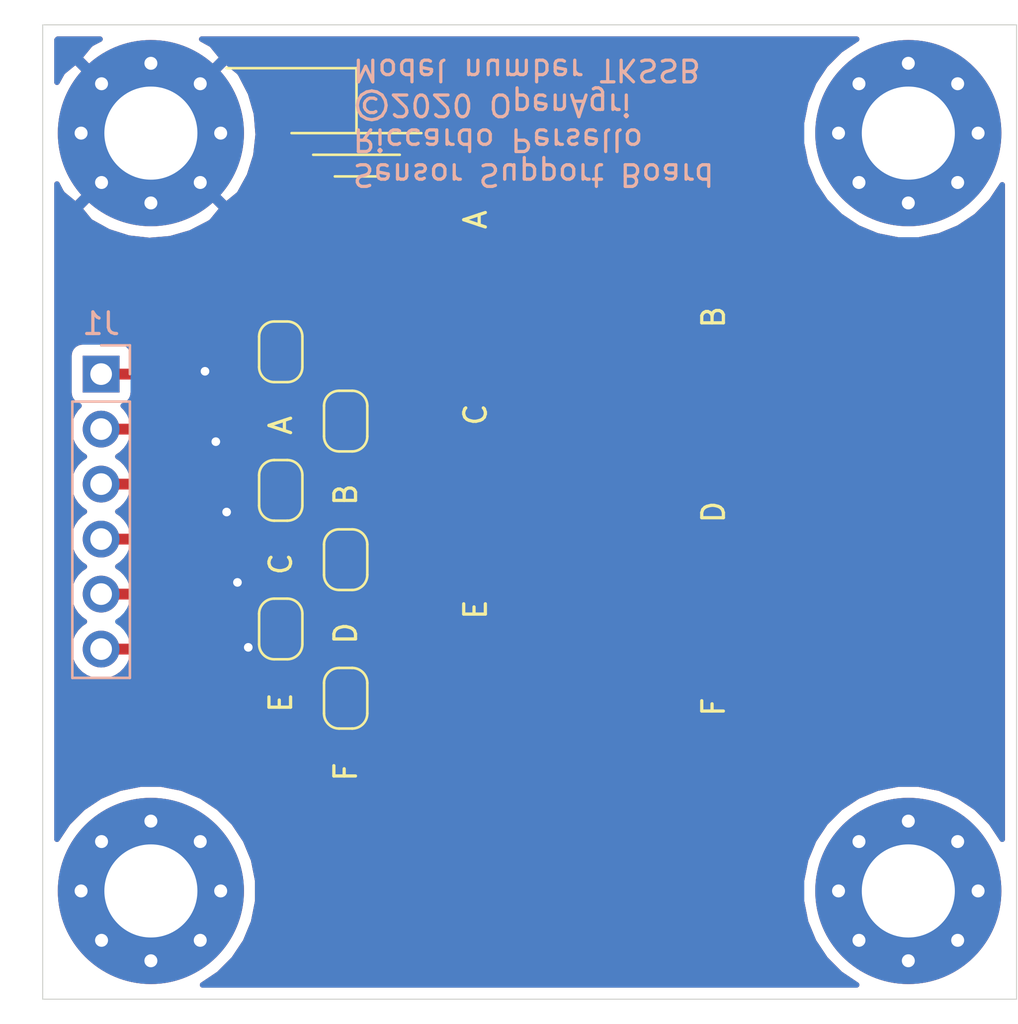
<source format=kicad_pcb>
(kicad_pcb (version 20171130) (host pcbnew "(5.1.5-0-10_14)")

  (general
    (thickness 1.6)
    (drawings 15)
    (tracks 40)
    (zones 0)
    (modules 17)
    (nets 8)
  )

  (page A4)
  (layers
    (0 F.Cu signal)
    (31 B.Cu signal)
    (32 B.Adhes user)
    (33 F.Adhes user)
    (34 B.Paste user)
    (35 F.Paste user)
    (36 B.SilkS user)
    (37 F.SilkS user)
    (38 B.Mask user)
    (39 F.Mask user)
    (40 Dwgs.User user)
    (41 Cmts.User user)
    (42 Eco1.User user)
    (43 Eco2.User user)
    (44 Edge.Cuts user)
    (45 Margin user)
    (46 B.CrtYd user)
    (47 F.CrtYd user)
    (48 B.Fab user)
    (49 F.Fab user)
  )

  (setup
    (last_trace_width 0.5)
    (user_trace_width 0.25)
    (user_trace_width 0.33)
    (user_trace_width 0.42)
    (user_trace_width 0.5)
    (user_trace_width 0.75)
    (user_trace_width 1)
    (user_trace_width 1.5)
    (user_trace_width 2.5)
    (user_trace_width 4)
    (user_trace_width 5)
    (trace_clearance 0.2)
    (zone_clearance 0.508)
    (zone_45_only no)
    (trace_min 0.2)
    (via_size 0.8)
    (via_drill 0.4)
    (via_min_size 0.4)
    (via_min_drill 0.3)
    (user_via 0.8 0.4)
    (user_via 1.2 0.6)
    (user_via 1.8 0.9)
    (uvia_size 0.3)
    (uvia_drill 0.1)
    (uvias_allowed no)
    (uvia_min_size 0.2)
    (uvia_min_drill 0.1)
    (edge_width 0.1)
    (segment_width 0.2)
    (pcb_text_width 0.3)
    (pcb_text_size 1.5 1.5)
    (mod_edge_width 0.15)
    (mod_text_size 1 1)
    (mod_text_width 0.15)
    (pad_size 6 6)
    (pad_drill 4.2)
    (pad_to_mask_clearance 0)
    (aux_axis_origin 0 0)
    (visible_elements FFFFFF7F)
    (pcbplotparams
      (layerselection 0x010fc_ffffffff)
      (usegerberextensions false)
      (usegerberattributes false)
      (usegerberadvancedattributes false)
      (creategerberjobfile false)
      (excludeedgelayer true)
      (linewidth 0.100000)
      (plotframeref false)
      (viasonmask false)
      (mode 1)
      (useauxorigin false)
      (hpglpennumber 1)
      (hpglpenspeed 20)
      (hpglpendiameter 15.000000)
      (psnegative false)
      (psa4output false)
      (plotreference true)
      (plotvalue true)
      (plotinvisibletext false)
      (padsonsilk false)
      (subtractmaskfromsilk false)
      (outputformat 1)
      (mirror false)
      (drillshape 1)
      (scaleselection 1)
      (outputdirectory ""))
  )

  (net 0 "")
  (net 1 "Net-(J1-Pad1)")
  (net 2 "Net-(J1-Pad2)")
  (net 3 "Net-(J1-Pad3)")
  (net 4 "Net-(J1-Pad4)")
  (net 5 "Net-(J1-Pad5)")
  (net 6 "Net-(J1-Pad6)")
  (net 7 "Net-(JP1-Pad2)")

  (net_class Default "Questo è il gruppo di collegamenti predefinito"
    (clearance 0.2)
    (trace_width 0.25)
    (via_dia 0.8)
    (via_drill 0.4)
    (uvia_dia 0.3)
    (uvia_drill 0.1)
    (add_net "Net-(J1-Pad1)")
    (add_net "Net-(J1-Pad2)")
    (add_net "Net-(J1-Pad3)")
    (add_net "Net-(J1-Pad4)")
    (add_net "Net-(J1-Pad5)")
    (add_net "Net-(J1-Pad6)")
    (add_net "Net-(JP1-Pad2)")
  )

  (module MountingHole:MountingHole_4.3mm_M4_Pad_Via (layer F.Cu) (tedit 56DDBFD7) (tstamp 5F23C998)
    (at 140 55)
    (descr "Mounting Hole 4.3mm, M4")
    (tags "mounting hole 4.3mm m4")
    (path /5F237D86)
    (attr virtual)
    (fp_text reference " " (at 0 -5.3) (layer F.SilkS)
      (effects (font (size 1 1) (thickness 0.15)))
    )
    (fp_text value Housing_Pad (at 0 5.3) (layer F.Fab)
      (effects (font (size 1 1) (thickness 0.15)))
    )
    (fp_text user %R (at 0.3 0) (layer F.Fab)
      (effects (font (size 1 1) (thickness 0.15)))
    )
    (fp_circle (center 0 0) (end 4.3 0) (layer Cmts.User) (width 0.15))
    (fp_circle (center 0 0) (end 4.55 0) (layer F.CrtYd) (width 0.05))
    (pad 1 thru_hole circle (at 0 0) (size 8.6 8.6) (drill 4.3) (layers *.Cu *.Mask))
    (pad 1 thru_hole circle (at 3.225 0) (size 0.9 0.9) (drill 0.6) (layers *.Cu *.Mask))
    (pad 1 thru_hole circle (at 2.280419 2.280419) (size 0.9 0.9) (drill 0.6) (layers *.Cu *.Mask))
    (pad 1 thru_hole circle (at 0 3.225) (size 0.9 0.9) (drill 0.6) (layers *.Cu *.Mask))
    (pad 1 thru_hole circle (at -2.280419 2.280419) (size 0.9 0.9) (drill 0.6) (layers *.Cu *.Mask))
    (pad 1 thru_hole circle (at -3.225 0) (size 0.9 0.9) (drill 0.6) (layers *.Cu *.Mask))
    (pad 1 thru_hole circle (at -2.280419 -2.280419) (size 0.9 0.9) (drill 0.6) (layers *.Cu *.Mask))
    (pad 1 thru_hole circle (at 0 -3.225) (size 0.9 0.9) (drill 0.6) (layers *.Cu *.Mask))
    (pad 1 thru_hole circle (at 2.280419 -2.280419) (size 0.9 0.9) (drill 0.6) (layers *.Cu *.Mask))
  )

  (module MountingHole:MountingHole_4.3mm_M4_Pad_Via (layer F.Cu) (tedit 56DDBFD7) (tstamp 5F23C998)
    (at 140 90)
    (descr "Mounting Hole 4.3mm, M4")
    (tags "mounting hole 4.3mm m4")
    (path /5F237D86)
    (attr virtual)
    (fp_text reference " " (at 0 -5.3) (layer F.SilkS)
      (effects (font (size 1 1) (thickness 0.15)))
    )
    (fp_text value Housing_Pad (at 0 5.3) (layer F.Fab)
      (effects (font (size 1 1) (thickness 0.15)))
    )
    (fp_text user %R (at 0.3 0) (layer F.Fab)
      (effects (font (size 1 1) (thickness 0.15)))
    )
    (fp_circle (center 0 0) (end 4.3 0) (layer Cmts.User) (width 0.15))
    (fp_circle (center 0 0) (end 4.55 0) (layer F.CrtYd) (width 0.05))
    (pad 1 thru_hole circle (at 0 0) (size 8.6 8.6) (drill 4.3) (layers *.Cu *.Mask))
    (pad 1 thru_hole circle (at 3.225 0) (size 0.9 0.9) (drill 0.6) (layers *.Cu *.Mask))
    (pad 1 thru_hole circle (at 2.280419 2.280419) (size 0.9 0.9) (drill 0.6) (layers *.Cu *.Mask))
    (pad 1 thru_hole circle (at 0 3.225) (size 0.9 0.9) (drill 0.6) (layers *.Cu *.Mask))
    (pad 1 thru_hole circle (at -2.280419 2.280419) (size 0.9 0.9) (drill 0.6) (layers *.Cu *.Mask))
    (pad 1 thru_hole circle (at -3.225 0) (size 0.9 0.9) (drill 0.6) (layers *.Cu *.Mask))
    (pad 1 thru_hole circle (at -2.280419 -2.280419) (size 0.9 0.9) (drill 0.6) (layers *.Cu *.Mask))
    (pad 1 thru_hole circle (at 0 -3.225) (size 0.9 0.9) (drill 0.6) (layers *.Cu *.Mask))
    (pad 1 thru_hole circle (at 2.280419 -2.280419) (size 0.9 0.9) (drill 0.6) (layers *.Cu *.Mask))
  )

  (module MountingHole:MountingHole_4.3mm_M4_Pad_Via (layer F.Cu) (tedit 56DDBFD7) (tstamp 5F23C998)
    (at 105 90)
    (descr "Mounting Hole 4.3mm, M4")
    (tags "mounting hole 4.3mm m4")
    (path /5F237D86)
    (attr virtual)
    (fp_text reference " " (at 0 -5.3) (layer F.SilkS)
      (effects (font (size 1 1) (thickness 0.15)))
    )
    (fp_text value Housing_Pad (at 0 5.3) (layer F.Fab)
      (effects (font (size 1 1) (thickness 0.15)))
    )
    (fp_text user %R (at 0.3 0) (layer F.Fab)
      (effects (font (size 1 1) (thickness 0.15)))
    )
    (fp_circle (center 0 0) (end 4.3 0) (layer Cmts.User) (width 0.15))
    (fp_circle (center 0 0) (end 4.55 0) (layer F.CrtYd) (width 0.05))
    (pad 1 thru_hole circle (at 0 0) (size 8.6 8.6) (drill 4.3) (layers *.Cu *.Mask))
    (pad 1 thru_hole circle (at 3.225 0) (size 0.9 0.9) (drill 0.6) (layers *.Cu *.Mask))
    (pad 1 thru_hole circle (at 2.280419 2.280419) (size 0.9 0.9) (drill 0.6) (layers *.Cu *.Mask))
    (pad 1 thru_hole circle (at 0 3.225) (size 0.9 0.9) (drill 0.6) (layers *.Cu *.Mask))
    (pad 1 thru_hole circle (at -2.280419 2.280419) (size 0.9 0.9) (drill 0.6) (layers *.Cu *.Mask))
    (pad 1 thru_hole circle (at -3.225 0) (size 0.9 0.9) (drill 0.6) (layers *.Cu *.Mask))
    (pad 1 thru_hole circle (at -2.280419 -2.280419) (size 0.9 0.9) (drill 0.6) (layers *.Cu *.Mask))
    (pad 1 thru_hole circle (at 0 -3.225) (size 0.9 0.9) (drill 0.6) (layers *.Cu *.Mask))
    (pad 1 thru_hole circle (at 2.280419 -2.280419) (size 0.9 0.9) (drill 0.6) (layers *.Cu *.Mask))
  )

  (module MountingHole:MountingHole_4.3mm_M4_Pad_Via (layer F.Cu) (tedit 56DDBFD7) (tstamp 5F23ACF3)
    (at 105 55)
    (descr "Mounting Hole 4.3mm, M4")
    (tags "mounting hole 4.3mm m4")
    (path /5F237D86)
    (attr virtual)
    (fp_text reference " " (at 0 -5.3) (layer F.SilkS)
      (effects (font (size 1 1) (thickness 0.15)))
    )
    (fp_text value Housing_Pad (at 0 5.3) (layer F.Fab)
      (effects (font (size 1 1) (thickness 0.15)))
    )
    (fp_circle (center 0 0) (end 4.55 0) (layer F.CrtYd) (width 0.05))
    (fp_circle (center 0 0) (end 4.3 0) (layer Cmts.User) (width 0.15))
    (fp_text user %R (at 0.3 0) (layer F.Fab)
      (effects (font (size 1 1) (thickness 0.15)))
    )
    (pad 1 thru_hole circle (at 2.280419 -2.280419) (size 0.9 0.9) (drill 0.6) (layers *.Cu *.Mask)
      (net 7 "Net-(JP1-Pad2)"))
    (pad 1 thru_hole circle (at 0 -3.225) (size 0.9 0.9) (drill 0.6) (layers *.Cu *.Mask)
      (net 7 "Net-(JP1-Pad2)"))
    (pad 1 thru_hole circle (at -2.280419 -2.280419) (size 0.9 0.9) (drill 0.6) (layers *.Cu *.Mask)
      (net 7 "Net-(JP1-Pad2)"))
    (pad 1 thru_hole circle (at -3.225 0) (size 0.9 0.9) (drill 0.6) (layers *.Cu *.Mask)
      (net 7 "Net-(JP1-Pad2)"))
    (pad 1 thru_hole circle (at -2.280419 2.280419) (size 0.9 0.9) (drill 0.6) (layers *.Cu *.Mask)
      (net 7 "Net-(JP1-Pad2)"))
    (pad 1 thru_hole circle (at 0 3.225) (size 0.9 0.9) (drill 0.6) (layers *.Cu *.Mask)
      (net 7 "Net-(JP1-Pad2)"))
    (pad 1 thru_hole circle (at 2.280419 2.280419) (size 0.9 0.9) (drill 0.6) (layers *.Cu *.Mask)
      (net 7 "Net-(JP1-Pad2)"))
    (pad 1 thru_hole circle (at 3.225 0) (size 0.9 0.9) (drill 0.6) (layers *.Cu *.Mask)
      (net 7 "Net-(JP1-Pad2)"))
    (pad 1 thru_hole circle (at 0 0) (size 8.6 8.6) (drill 4.3) (layers *.Cu *.Mask)
      (net 7 "Net-(JP1-Pad2)"))
  )

  (module Connector_PinHeader_2.54mm:PinHeader_1x06_P2.54mm_Vertical (layer B.Cu) (tedit 59FED5CC) (tstamp 5F23CCAE)
    (at 102.7 66.13 180)
    (descr "Through hole straight pin header, 1x06, 2.54mm pitch, single row")
    (tags "Through hole pin header THT 1x06 2.54mm single row")
    (path /5F23392F)
    (fp_text reference J1 (at 0 2.33) (layer B.SilkS)
      (effects (font (size 1 1) (thickness 0.15)) (justify mirror))
    )
    (fp_text value Conn_01x06 (at 0 -15.03) (layer B.Fab)
      (effects (font (size 1 1) (thickness 0.15)) (justify mirror))
    )
    (fp_line (start -0.635 1.27) (end 1.27 1.27) (layer B.Fab) (width 0.1))
    (fp_line (start 1.27 1.27) (end 1.27 -13.97) (layer B.Fab) (width 0.1))
    (fp_line (start 1.27 -13.97) (end -1.27 -13.97) (layer B.Fab) (width 0.1))
    (fp_line (start -1.27 -13.97) (end -1.27 0.635) (layer B.Fab) (width 0.1))
    (fp_line (start -1.27 0.635) (end -0.635 1.27) (layer B.Fab) (width 0.1))
    (fp_line (start -1.33 -14.03) (end 1.33 -14.03) (layer B.SilkS) (width 0.12))
    (fp_line (start -1.33 -1.27) (end -1.33 -14.03) (layer B.SilkS) (width 0.12))
    (fp_line (start 1.33 -1.27) (end 1.33 -14.03) (layer B.SilkS) (width 0.12))
    (fp_line (start -1.33 -1.27) (end 1.33 -1.27) (layer B.SilkS) (width 0.12))
    (fp_line (start -1.33 0) (end -1.33 1.33) (layer B.SilkS) (width 0.12))
    (fp_line (start -1.33 1.33) (end 0 1.33) (layer B.SilkS) (width 0.12))
    (fp_line (start -1.8 1.8) (end -1.8 -14.5) (layer B.CrtYd) (width 0.05))
    (fp_line (start -1.8 -14.5) (end 1.8 -14.5) (layer B.CrtYd) (width 0.05))
    (fp_line (start 1.8 -14.5) (end 1.8 1.8) (layer B.CrtYd) (width 0.05))
    (fp_line (start 1.8 1.8) (end -1.8 1.8) (layer B.CrtYd) (width 0.05))
    (fp_text user %R (at 0 -6.35 270) (layer B.Fab)
      (effects (font (size 1 1) (thickness 0.15)) (justify mirror))
    )
    (pad 1 thru_hole rect (at 0 0 180) (size 1.7 1.7) (drill 1) (layers *.Cu *.Mask)
      (net 1 "Net-(J1-Pad1)"))
    (pad 2 thru_hole oval (at 0 -2.54 180) (size 1.7 1.7) (drill 1) (layers *.Cu *.Mask)
      (net 2 "Net-(J1-Pad2)"))
    (pad 3 thru_hole oval (at 0 -5.08 180) (size 1.7 1.7) (drill 1) (layers *.Cu *.Mask)
      (net 3 "Net-(J1-Pad3)"))
    (pad 4 thru_hole oval (at 0 -7.62 180) (size 1.7 1.7) (drill 1) (layers *.Cu *.Mask)
      (net 4 "Net-(J1-Pad4)"))
    (pad 5 thru_hole oval (at 0 -10.16 180) (size 1.7 1.7) (drill 1) (layers *.Cu *.Mask)
      (net 5 "Net-(J1-Pad5)"))
    (pad 6 thru_hole oval (at 0 -12.7 180) (size 1.7 1.7) (drill 1) (layers *.Cu *.Mask)
      (net 6 "Net-(J1-Pad6)"))
    (model ${KISYS3DMOD}/Connector_PinHeader_2.54mm.3dshapes/PinHeader_1x06_P2.54mm_Vertical.wrl
      (at (xyz 0 0 0))
      (scale (xyz 1 1 1))
      (rotate (xyz 0 0 0))
    )
  )

  (module Connector_Wire:SolderWirePad_1x01_SMD_5x10mm (layer F.Cu) (tedit 5640A485) (tstamp 5F23C32E)
    (at 126.5 59 90)
    (descr "Wire Pad, Square, SMD Pad,  5mm x 10mm,")
    (tags "MesurementPoint Square SMDPad 5mmx10mm ")
    (path /5F23D09C)
    (attr smd virtual)
    (fp_text reference A (at 0 -6.5 90) (layer F.SilkS)
      (effects (font (size 1 1) (thickness 0.15)))
    )
    (fp_text value A (at 0 6.35 90) (layer F.Fab)
      (effects (font (size 1 1) (thickness 0.15)))
    )
    (fp_text user %R (at 0 0 90) (layer F.Fab)
      (effects (font (size 1 1) (thickness 0.15)))
    )
    (fp_line (start 2.75 -5.25) (end -2.75 -5.25) (layer F.CrtYd) (width 0.05))
    (fp_line (start 2.75 5.25) (end 2.75 -5.25) (layer F.CrtYd) (width 0.05))
    (fp_line (start -2.75 5.25) (end 2.75 5.25) (layer F.CrtYd) (width 0.05))
    (fp_line (start -2.75 -5.25) (end -2.75 5.25) (layer F.CrtYd) (width 0.05))
    (pad 1 smd rect (at 0 0 90) (size 5 10) (layers F.Cu F.Paste F.Mask)
      (net 1 "Net-(J1-Pad1)"))
  )

  (module Connector_Wire:SolderWirePad_1x01_SMD_5x10mm (layer F.Cu) (tedit 5640A485) (tstamp 5F23C338)
    (at 137.5 63.5 90)
    (descr "Wire Pad, Square, SMD Pad,  5mm x 10mm,")
    (tags "MesurementPoint Square SMDPad 5mmx10mm ")
    (path /5F23D59A)
    (attr smd virtual)
    (fp_text reference B (at 0 -6.5 90) (layer F.SilkS)
      (effects (font (size 1 1) (thickness 0.15)))
    )
    (fp_text value B (at 0 6.35 90) (layer F.Fab)
      (effects (font (size 1 1) (thickness 0.15)))
    )
    (fp_line (start -2.75 -5.25) (end -2.75 5.25) (layer F.CrtYd) (width 0.05))
    (fp_line (start -2.75 5.25) (end 2.75 5.25) (layer F.CrtYd) (width 0.05))
    (fp_line (start 2.75 5.25) (end 2.75 -5.25) (layer F.CrtYd) (width 0.05))
    (fp_line (start 2.75 -5.25) (end -2.75 -5.25) (layer F.CrtYd) (width 0.05))
    (fp_text user %R (at 0 0 90) (layer F.Fab)
      (effects (font (size 1 1) (thickness 0.15)))
    )
    (pad 1 smd rect (at 0 0 90) (size 5 10) (layers F.Cu F.Paste F.Mask)
      (net 2 "Net-(J1-Pad2)"))
  )

  (module Connector_Wire:SolderWirePad_1x01_SMD_5x10mm (layer F.Cu) (tedit 5640A485) (tstamp 5F23C342)
    (at 126.5 68 90)
    (descr "Wire Pad, Square, SMD Pad,  5mm x 10mm,")
    (tags "MesurementPoint Square SMDPad 5mmx10mm ")
    (path /5F23D8C0)
    (attr smd virtual)
    (fp_text reference C (at 0 -6.5 90) (layer F.SilkS)
      (effects (font (size 1 1) (thickness 0.15)))
    )
    (fp_text value C (at 0 6.35 90) (layer F.Fab)
      (effects (font (size 1 1) (thickness 0.15)))
    )
    (fp_text user %R (at 0 0 90) (layer F.Fab)
      (effects (font (size 1 1) (thickness 0.15)))
    )
    (fp_line (start 2.75 -5.25) (end -2.75 -5.25) (layer F.CrtYd) (width 0.05))
    (fp_line (start 2.75 5.25) (end 2.75 -5.25) (layer F.CrtYd) (width 0.05))
    (fp_line (start -2.75 5.25) (end 2.75 5.25) (layer F.CrtYd) (width 0.05))
    (fp_line (start -2.75 -5.25) (end -2.75 5.25) (layer F.CrtYd) (width 0.05))
    (pad 1 smd rect (at 0 0 90) (size 5 10) (layers F.Cu F.Paste F.Mask)
      (net 3 "Net-(J1-Pad3)"))
  )

  (module Connector_Wire:SolderWirePad_1x01_SMD_5x10mm (layer F.Cu) (tedit 5640A485) (tstamp 5F23D07C)
    (at 137.5 72.5 90)
    (descr "Wire Pad, Square, SMD Pad,  5mm x 10mm,")
    (tags "MesurementPoint Square SMDPad 5mmx10mm ")
    (path /5F23DB37)
    (attr smd virtual)
    (fp_text reference D (at 0 -6.5 90) (layer F.SilkS)
      (effects (font (size 1 1) (thickness 0.15)))
    )
    (fp_text value D (at 0 6.35 90) (layer F.Fab)
      (effects (font (size 1 1) (thickness 0.15)))
    )
    (fp_line (start -2.75 -5.25) (end -2.75 5.25) (layer F.CrtYd) (width 0.05))
    (fp_line (start -2.75 5.25) (end 2.75 5.25) (layer F.CrtYd) (width 0.05))
    (fp_line (start 2.75 5.25) (end 2.75 -5.25) (layer F.CrtYd) (width 0.05))
    (fp_line (start 2.75 -5.25) (end -2.75 -5.25) (layer F.CrtYd) (width 0.05))
    (fp_text user %R (at 0 0 90) (layer F.Fab)
      (effects (font (size 1 1) (thickness 0.15)))
    )
    (pad 1 smd rect (at 0 0 90) (size 5 10) (layers F.Cu F.Paste F.Mask)
      (net 4 "Net-(J1-Pad4)"))
  )

  (module Connector_Wire:SolderWirePad_1x01_SMD_5x10mm (layer F.Cu) (tedit 5640A485) (tstamp 5F23C356)
    (at 126.5 77 90)
    (descr "Wire Pad, Square, SMD Pad,  5mm x 10mm,")
    (tags "MesurementPoint Square SMDPad 5mmx10mm ")
    (path /5F23DDAE)
    (attr smd virtual)
    (fp_text reference E (at 0 -6.5 90) (layer F.SilkS)
      (effects (font (size 1 1) (thickness 0.15)))
    )
    (fp_text value E (at 0 6.35 90) (layer F.Fab)
      (effects (font (size 1 1) (thickness 0.15)))
    )
    (fp_text user %R (at 0 0 90) (layer F.Fab)
      (effects (font (size 1 1) (thickness 0.15)))
    )
    (fp_line (start 2.75 -5.25) (end -2.75 -5.25) (layer F.CrtYd) (width 0.05))
    (fp_line (start 2.75 5.25) (end 2.75 -5.25) (layer F.CrtYd) (width 0.05))
    (fp_line (start -2.75 5.25) (end 2.75 5.25) (layer F.CrtYd) (width 0.05))
    (fp_line (start -2.75 -5.25) (end -2.75 5.25) (layer F.CrtYd) (width 0.05))
    (pad 1 smd rect (at 0 0 90) (size 5 10) (layers F.Cu F.Paste F.Mask)
      (net 5 "Net-(J1-Pad5)"))
  )

  (module Connector_Wire:SolderWirePad_1x01_SMD_5x10mm (layer F.Cu) (tedit 5640A485) (tstamp 5F23C360)
    (at 137.5 81.5 90)
    (descr "Wire Pad, Square, SMD Pad,  5mm x 10mm,")
    (tags "MesurementPoint Square SMDPad 5mmx10mm ")
    (path /5F23DF44)
    (attr smd virtual)
    (fp_text reference F (at 0 -6.5 90) (layer F.SilkS)
      (effects (font (size 1 1) (thickness 0.15)))
    )
    (fp_text value F (at 0 6.35 90) (layer F.Fab)
      (effects (font (size 1 1) (thickness 0.15)))
    )
    (fp_line (start -2.75 -5.25) (end -2.75 5.25) (layer F.CrtYd) (width 0.05))
    (fp_line (start -2.75 5.25) (end 2.75 5.25) (layer F.CrtYd) (width 0.05))
    (fp_line (start 2.75 5.25) (end 2.75 -5.25) (layer F.CrtYd) (width 0.05))
    (fp_line (start 2.75 -5.25) (end -2.75 -5.25) (layer F.CrtYd) (width 0.05))
    (fp_text user %R (at 0 0 90) (layer F.Fab)
      (effects (font (size 1 1) (thickness 0.15)))
    )
    (pad 1 smd rect (at 0 0 90) (size 5 10) (layers F.Cu F.Paste F.Mask)
      (net 6 "Net-(J1-Pad6)"))
  )

  (module Jumper:SolderJumper-2_P1.3mm_Open_RoundedPad1.0x1.5mm (layer F.Cu) (tedit 5B391E66) (tstamp 5F23CB9A)
    (at 111 65.1 270)
    (descr "SMD Solder Jumper, 1x1.5mm, rounded Pads, 0.3mm gap, open")
    (tags "solder jumper open")
    (path /5F241D78)
    (attr virtual)
    (fp_text reference A (at 3.4 0 90) (layer F.SilkS)
      (effects (font (size 1 1) (thickness 0.15)))
    )
    (fp_text value " " (at 0 1.9 90) (layer F.Fab)
      (effects (font (size 1 1) (thickness 0.15)))
    )
    (fp_line (start 1.65 1.25) (end -1.65 1.25) (layer F.CrtYd) (width 0.05))
    (fp_line (start 1.65 1.25) (end 1.65 -1.25) (layer F.CrtYd) (width 0.05))
    (fp_line (start -1.65 -1.25) (end -1.65 1.25) (layer F.CrtYd) (width 0.05))
    (fp_line (start -1.65 -1.25) (end 1.65 -1.25) (layer F.CrtYd) (width 0.05))
    (fp_line (start -0.7 -1) (end 0.7 -1) (layer F.SilkS) (width 0.12))
    (fp_line (start 1.4 -0.3) (end 1.4 0.3) (layer F.SilkS) (width 0.12))
    (fp_line (start 0.7 1) (end -0.7 1) (layer F.SilkS) (width 0.12))
    (fp_line (start -1.4 0.3) (end -1.4 -0.3) (layer F.SilkS) (width 0.12))
    (fp_arc (start -0.7 -0.3) (end -0.7 -1) (angle -90) (layer F.SilkS) (width 0.12))
    (fp_arc (start -0.7 0.3) (end -1.4 0.3) (angle -90) (layer F.SilkS) (width 0.12))
    (fp_arc (start 0.7 0.3) (end 0.7 1) (angle -90) (layer F.SilkS) (width 0.12))
    (fp_arc (start 0.7 -0.3) (end 1.4 -0.3) (angle -90) (layer F.SilkS) (width 0.12))
    (pad 2 smd custom (at 0.65 0 270) (size 1 0.5) (layers F.Cu F.Mask)
      (net 7 "Net-(JP1-Pad2)") (zone_connect 2)
      (options (clearance outline) (anchor rect))
      (primitives
        (gr_circle (center 0 0.25) (end 0.5 0.25) (width 0))
        (gr_circle (center 0 -0.25) (end 0.5 -0.25) (width 0))
        (gr_poly (pts
           (xy 0 -0.75) (xy -0.5 -0.75) (xy -0.5 0.75) (xy 0 0.75)) (width 0))
      ))
    (pad 1 smd custom (at -0.65 0 270) (size 1 0.5) (layers F.Cu F.Mask)
      (net 1 "Net-(J1-Pad1)") (zone_connect 2)
      (options (clearance outline) (anchor rect))
      (primitives
        (gr_circle (center 0 0.25) (end 0.5 0.25) (width 0))
        (gr_circle (center 0 -0.25) (end 0.5 -0.25) (width 0))
        (gr_poly (pts
           (xy 0 -0.75) (xy 0.5 -0.75) (xy 0.5 0.75) (xy 0 0.75)) (width 0))
      ))
  )

  (module Jumper:SolderJumper-2_P1.3mm_Open_RoundedPad1.0x1.5mm (layer F.Cu) (tedit 5B391E66) (tstamp 5F23C384)
    (at 114 68.3 270)
    (descr "SMD Solder Jumper, 1x1.5mm, rounded Pads, 0.3mm gap, open")
    (tags "solder jumper open")
    (path /5F2419D0)
    (attr virtual)
    (fp_text reference B (at 3.4 0 90) (layer F.SilkS)
      (effects (font (size 1 1) (thickness 0.15)))
    )
    (fp_text value " " (at 0 1.9 90) (layer F.Fab)
      (effects (font (size 1 1) (thickness 0.15)))
    )
    (fp_arc (start 0.7 -0.3) (end 1.4 -0.3) (angle -90) (layer F.SilkS) (width 0.12))
    (fp_arc (start 0.7 0.3) (end 0.7 1) (angle -90) (layer F.SilkS) (width 0.12))
    (fp_arc (start -0.7 0.3) (end -1.4 0.3) (angle -90) (layer F.SilkS) (width 0.12))
    (fp_arc (start -0.7 -0.3) (end -0.7 -1) (angle -90) (layer F.SilkS) (width 0.12))
    (fp_line (start -1.4 0.3) (end -1.4 -0.3) (layer F.SilkS) (width 0.12))
    (fp_line (start 0.7 1) (end -0.7 1) (layer F.SilkS) (width 0.12))
    (fp_line (start 1.4 -0.3) (end 1.4 0.3) (layer F.SilkS) (width 0.12))
    (fp_line (start -0.7 -1) (end 0.7 -1) (layer F.SilkS) (width 0.12))
    (fp_line (start -1.65 -1.25) (end 1.65 -1.25) (layer F.CrtYd) (width 0.05))
    (fp_line (start -1.65 -1.25) (end -1.65 1.25) (layer F.CrtYd) (width 0.05))
    (fp_line (start 1.65 1.25) (end 1.65 -1.25) (layer F.CrtYd) (width 0.05))
    (fp_line (start 1.65 1.25) (end -1.65 1.25) (layer F.CrtYd) (width 0.05))
    (pad 1 smd custom (at -0.65 0 270) (size 1 0.5) (layers F.Cu F.Mask)
      (net 2 "Net-(J1-Pad2)") (zone_connect 2)
      (options (clearance outline) (anchor rect))
      (primitives
        (gr_circle (center 0 0.25) (end 0.5 0.25) (width 0))
        (gr_circle (center 0 -0.25) (end 0.5 -0.25) (width 0))
        (gr_poly (pts
           (xy 0 -0.75) (xy 0.5 -0.75) (xy 0.5 0.75) (xy 0 0.75)) (width 0))
      ))
    (pad 2 smd custom (at 0.65 0 270) (size 1 0.5) (layers F.Cu F.Mask)
      (net 7 "Net-(JP1-Pad2)") (zone_connect 2)
      (options (clearance outline) (anchor rect))
      (primitives
        (gr_circle (center 0 0.25) (end 0.5 0.25) (width 0))
        (gr_circle (center 0 -0.25) (end 0.5 -0.25) (width 0))
        (gr_poly (pts
           (xy 0 -0.75) (xy -0.5 -0.75) (xy -0.5 0.75) (xy 0 0.75)) (width 0))
      ))
  )

  (module Jumper:SolderJumper-2_P1.3mm_Open_RoundedPad1.0x1.5mm (layer F.Cu) (tedit 5B391E66) (tstamp 5F23C396)
    (at 111 71.5 270)
    (descr "SMD Solder Jumper, 1x1.5mm, rounded Pads, 0.3mm gap, open")
    (tags "solder jumper open")
    (path /5F240D8F)
    (attr virtual)
    (fp_text reference C (at 3.4 0 90) (layer F.SilkS)
      (effects (font (size 1 1) (thickness 0.15)))
    )
    (fp_text value " " (at 0 1.9 90) (layer F.Fab)
      (effects (font (size 1 1) (thickness 0.15)))
    )
    (fp_line (start 1.65 1.25) (end -1.65 1.25) (layer F.CrtYd) (width 0.05))
    (fp_line (start 1.65 1.25) (end 1.65 -1.25) (layer F.CrtYd) (width 0.05))
    (fp_line (start -1.65 -1.25) (end -1.65 1.25) (layer F.CrtYd) (width 0.05))
    (fp_line (start -1.65 -1.25) (end 1.65 -1.25) (layer F.CrtYd) (width 0.05))
    (fp_line (start -0.7 -1) (end 0.7 -1) (layer F.SilkS) (width 0.12))
    (fp_line (start 1.4 -0.3) (end 1.4 0.3) (layer F.SilkS) (width 0.12))
    (fp_line (start 0.7 1) (end -0.7 1) (layer F.SilkS) (width 0.12))
    (fp_line (start -1.4 0.3) (end -1.4 -0.3) (layer F.SilkS) (width 0.12))
    (fp_arc (start -0.7 -0.3) (end -0.7 -1) (angle -90) (layer F.SilkS) (width 0.12))
    (fp_arc (start -0.7 0.3) (end -1.4 0.3) (angle -90) (layer F.SilkS) (width 0.12))
    (fp_arc (start 0.7 0.3) (end 0.7 1) (angle -90) (layer F.SilkS) (width 0.12))
    (fp_arc (start 0.7 -0.3) (end 1.4 -0.3) (angle -90) (layer F.SilkS) (width 0.12))
    (pad 2 smd custom (at 0.65 0 270) (size 1 0.5) (layers F.Cu F.Mask)
      (net 7 "Net-(JP1-Pad2)") (zone_connect 2)
      (options (clearance outline) (anchor rect))
      (primitives
        (gr_circle (center 0 0.25) (end 0.5 0.25) (width 0))
        (gr_circle (center 0 -0.25) (end 0.5 -0.25) (width 0))
        (gr_poly (pts
           (xy 0 -0.75) (xy -0.5 -0.75) (xy -0.5 0.75) (xy 0 0.75)) (width 0))
      ))
    (pad 1 smd custom (at -0.65 0 270) (size 1 0.5) (layers F.Cu F.Mask)
      (net 3 "Net-(J1-Pad3)") (zone_connect 2)
      (options (clearance outline) (anchor rect))
      (primitives
        (gr_circle (center 0 0.25) (end 0.5 0.25) (width 0))
        (gr_circle (center 0 -0.25) (end 0.5 -0.25) (width 0))
        (gr_poly (pts
           (xy 0 -0.75) (xy 0.5 -0.75) (xy 0.5 0.75) (xy 0 0.75)) (width 0))
      ))
  )

  (module Jumper:SolderJumper-2_P1.3mm_Open_RoundedPad1.0x1.5mm (layer F.Cu) (tedit 5B391E66) (tstamp 5F23C3A8)
    (at 114 74.7 270)
    (descr "SMD Solder Jumper, 1x1.5mm, rounded Pads, 0.3mm gap, open")
    (tags "solder jumper open")
    (path /5F23F1AC)
    (attr virtual)
    (fp_text reference D (at 3.4 0 90) (layer F.SilkS)
      (effects (font (size 1 1) (thickness 0.15)))
    )
    (fp_text value " " (at 0 1.9 90) (layer F.Fab)
      (effects (font (size 1 1) (thickness 0.15)))
    )
    (fp_arc (start 0.7 -0.3) (end 1.4 -0.3) (angle -90) (layer F.SilkS) (width 0.12))
    (fp_arc (start 0.7 0.3) (end 0.7 1) (angle -90) (layer F.SilkS) (width 0.12))
    (fp_arc (start -0.7 0.3) (end -1.4 0.3) (angle -90) (layer F.SilkS) (width 0.12))
    (fp_arc (start -0.7 -0.3) (end -0.7 -1) (angle -90) (layer F.SilkS) (width 0.12))
    (fp_line (start -1.4 0.3) (end -1.4 -0.3) (layer F.SilkS) (width 0.12))
    (fp_line (start 0.7 1) (end -0.7 1) (layer F.SilkS) (width 0.12))
    (fp_line (start 1.4 -0.3) (end 1.4 0.3) (layer F.SilkS) (width 0.12))
    (fp_line (start -0.7 -1) (end 0.7 -1) (layer F.SilkS) (width 0.12))
    (fp_line (start -1.65 -1.25) (end 1.65 -1.25) (layer F.CrtYd) (width 0.05))
    (fp_line (start -1.65 -1.25) (end -1.65 1.25) (layer F.CrtYd) (width 0.05))
    (fp_line (start 1.65 1.25) (end 1.65 -1.25) (layer F.CrtYd) (width 0.05))
    (fp_line (start 1.65 1.25) (end -1.65 1.25) (layer F.CrtYd) (width 0.05))
    (pad 1 smd custom (at -0.65 0 270) (size 1 0.5) (layers F.Cu F.Mask)
      (net 4 "Net-(J1-Pad4)") (zone_connect 2)
      (options (clearance outline) (anchor rect))
      (primitives
        (gr_circle (center 0 0.25) (end 0.5 0.25) (width 0))
        (gr_circle (center 0 -0.25) (end 0.5 -0.25) (width 0))
        (gr_poly (pts
           (xy 0 -0.75) (xy 0.5 -0.75) (xy 0.5 0.75) (xy 0 0.75)) (width 0))
      ))
    (pad 2 smd custom (at 0.65 0 270) (size 1 0.5) (layers F.Cu F.Mask)
      (net 7 "Net-(JP1-Pad2)") (zone_connect 2)
      (options (clearance outline) (anchor rect))
      (primitives
        (gr_circle (center 0 0.25) (end 0.5 0.25) (width 0))
        (gr_circle (center 0 -0.25) (end 0.5 -0.25) (width 0))
        (gr_poly (pts
           (xy 0 -0.75) (xy -0.5 -0.75) (xy -0.5 0.75) (xy 0 0.75)) (width 0))
      ))
  )

  (module Jumper:SolderJumper-2_P1.3mm_Open_RoundedPad1.0x1.5mm (layer F.Cu) (tedit 5B391E66) (tstamp 5F23CDBC)
    (at 111 77.9 270)
    (descr "SMD Solder Jumper, 1x1.5mm, rounded Pads, 0.3mm gap, open")
    (tags "solder jumper open")
    (path /5F240411)
    (attr virtual)
    (fp_text reference E (at 3.4 0 90) (layer F.SilkS)
      (effects (font (size 1 1) (thickness 0.15)))
    )
    (fp_text value " " (at 0 1.9 90) (layer F.Fab)
      (effects (font (size 1 1) (thickness 0.15)))
    )
    (fp_line (start 1.65 1.25) (end -1.65 1.25) (layer F.CrtYd) (width 0.05))
    (fp_line (start 1.65 1.25) (end 1.65 -1.25) (layer F.CrtYd) (width 0.05))
    (fp_line (start -1.65 -1.25) (end -1.65 1.25) (layer F.CrtYd) (width 0.05))
    (fp_line (start -1.65 -1.25) (end 1.65 -1.25) (layer F.CrtYd) (width 0.05))
    (fp_line (start -0.7 -1) (end 0.7 -1) (layer F.SilkS) (width 0.12))
    (fp_line (start 1.4 -0.3) (end 1.4 0.3) (layer F.SilkS) (width 0.12))
    (fp_line (start 0.7 1) (end -0.7 1) (layer F.SilkS) (width 0.12))
    (fp_line (start -1.4 0.3) (end -1.4 -0.3) (layer F.SilkS) (width 0.12))
    (fp_arc (start -0.7 -0.3) (end -0.7 -1) (angle -90) (layer F.SilkS) (width 0.12))
    (fp_arc (start -0.7 0.3) (end -1.4 0.3) (angle -90) (layer F.SilkS) (width 0.12))
    (fp_arc (start 0.7 0.3) (end 0.7 1) (angle -90) (layer F.SilkS) (width 0.12))
    (fp_arc (start 0.7 -0.3) (end 1.4 -0.3) (angle -90) (layer F.SilkS) (width 0.12))
    (pad 2 smd custom (at 0.65 0 270) (size 1 0.5) (layers F.Cu F.Mask)
      (net 7 "Net-(JP1-Pad2)") (zone_connect 2)
      (options (clearance outline) (anchor rect))
      (primitives
        (gr_circle (center 0 0.25) (end 0.5 0.25) (width 0))
        (gr_circle (center 0 -0.25) (end 0.5 -0.25) (width 0))
        (gr_poly (pts
           (xy 0 -0.75) (xy -0.5 -0.75) (xy -0.5 0.75) (xy 0 0.75)) (width 0))
      ))
    (pad 1 smd custom (at -0.65 0 270) (size 1 0.5) (layers F.Cu F.Mask)
      (net 5 "Net-(J1-Pad5)") (zone_connect 2)
      (options (clearance outline) (anchor rect))
      (primitives
        (gr_circle (center 0 0.25) (end 0.5 0.25) (width 0))
        (gr_circle (center 0 -0.25) (end 0.5 -0.25) (width 0))
        (gr_poly (pts
           (xy 0 -0.75) (xy 0.5 -0.75) (xy 0.5 0.75) (xy 0 0.75)) (width 0))
      ))
  )

  (module Jumper:SolderJumper-2_P1.3mm_Open_RoundedPad1.0x1.5mm (layer F.Cu) (tedit 5B391E66) (tstamp 5F23C3CC)
    (at 114 81.1 270)
    (descr "SMD Solder Jumper, 1x1.5mm, rounded Pads, 0.3mm gap, open")
    (tags "solder jumper open")
    (path /5F2407F7)
    (attr virtual)
    (fp_text reference F (at 3.4 0 90) (layer F.SilkS)
      (effects (font (size 1 1) (thickness 0.15)))
    )
    (fp_text value " " (at 0 1.9 90) (layer F.Fab)
      (effects (font (size 1 1) (thickness 0.15)))
    )
    (fp_arc (start 0.7 -0.3) (end 1.4 -0.3) (angle -90) (layer F.SilkS) (width 0.12))
    (fp_arc (start 0.7 0.3) (end 0.7 1) (angle -90) (layer F.SilkS) (width 0.12))
    (fp_arc (start -0.7 0.3) (end -1.4 0.3) (angle -90) (layer F.SilkS) (width 0.12))
    (fp_arc (start -0.7 -0.3) (end -0.7 -1) (angle -90) (layer F.SilkS) (width 0.12))
    (fp_line (start -1.4 0.3) (end -1.4 -0.3) (layer F.SilkS) (width 0.12))
    (fp_line (start 0.7 1) (end -0.7 1) (layer F.SilkS) (width 0.12))
    (fp_line (start 1.4 -0.3) (end 1.4 0.3) (layer F.SilkS) (width 0.12))
    (fp_line (start -0.7 -1) (end 0.7 -1) (layer F.SilkS) (width 0.12))
    (fp_line (start -1.65 -1.25) (end 1.65 -1.25) (layer F.CrtYd) (width 0.05))
    (fp_line (start -1.65 -1.25) (end -1.65 1.25) (layer F.CrtYd) (width 0.05))
    (fp_line (start 1.65 1.25) (end 1.65 -1.25) (layer F.CrtYd) (width 0.05))
    (fp_line (start 1.65 1.25) (end -1.65 1.25) (layer F.CrtYd) (width 0.05))
    (pad 1 smd custom (at -0.65 0 270) (size 1 0.5) (layers F.Cu F.Mask)
      (net 6 "Net-(J1-Pad6)") (zone_connect 2)
      (options (clearance outline) (anchor rect))
      (primitives
        (gr_circle (center 0 0.25) (end 0.5 0.25) (width 0))
        (gr_circle (center 0 -0.25) (end 0.5 -0.25) (width 0))
        (gr_poly (pts
           (xy 0 -0.75) (xy 0.5 -0.75) (xy 0.5 0.75) (xy 0 0.75)) (width 0))
      ))
    (pad 2 smd custom (at 0.65 0 270) (size 1 0.5) (layers F.Cu F.Mask)
      (net 7 "Net-(JP1-Pad2)") (zone_connect 2)
      (options (clearance outline) (anchor rect))
      (primitives
        (gr_circle (center 0 0.25) (end 0.5 0.25) (width 0))
        (gr_circle (center 0 -0.25) (end 0.5 -0.25) (width 0))
        (gr_poly (pts
           (xy 0 -0.75) (xy -0.5 -0.75) (xy -0.5 0.75) (xy 0 0.75)) (width 0))
      ))
  )

  (gr_text "Sensor Support Board\nRiccardo Persello\n©2020 OpenAgri\nModel number TKSSB" (at 114.25 54.5 180) (layer B.SilkS) (tstamp 5F2342B9)
    (effects (font (size 1 1) (thickness 0.15)) (justify left mirror))
  )
  (gr_line (start 145 72.5) (end 100 72.5) (layer Dwgs.User) (width 0.15))
  (gr_line (start 145 95) (end 145 72.5) (layer Dwgs.User) (width 0.15))
  (gr_line (start 122.5 95) (end 145 95) (layer Dwgs.User) (width 0.15))
  (gr_line (start 122.5 50) (end 122.5 95) (layer Dwgs.User) (width 0.15))
  (gr_line (start 145 50) (end 122.5 50) (layer Dwgs.User) (width 0.15))
  (gr_line (start 114.5 52) (end 108.5 52) (layer F.SilkS) (width 0.12))
  (gr_line (start 113.5 57) (end 115.5 57) (layer F.SilkS) (width 0.12))
  (gr_line (start 116.5 56) (end 112.5 56) (layer F.SilkS) (width 0.12))
  (gr_line (start 111.5 55) (end 117.5 55) (layer F.SilkS) (width 0.12))
  (gr_line (start 114.5 52) (end 114.5 55) (layer F.SilkS) (width 0.12))
  (gr_line (start 100 95) (end 100 50) (layer Edge.Cuts) (width 0.05) (tstamp 5F23ADE3))
  (gr_line (start 145 95) (end 100 95) (layer Edge.Cuts) (width 0.05))
  (gr_line (start 145 50) (end 145 95) (layer Edge.Cuts) (width 0.05))
  (gr_line (start 100 50) (end 145 50) (layer Edge.Cuts) (width 0.05))

  (segment (start 116.45 59) (end 111 64.45) (width 0.5) (layer F.Cu) (net 1))
  (segment (start 126.5 59) (end 116.45 59) (width 0.5) (layer F.Cu) (net 1))
  (segment (start 111 64.45) (end 107.55 64.45) (width 0.5) (layer F.Cu) (net 1))
  (segment (start 105.87 66.13) (end 102.7 66.13) (width 0.5) (layer F.Cu) (net 1))
  (segment (start 107.55 64.45) (end 105.87 66.13) (width 0.5) (layer F.Cu) (net 1))
  (segment (start 118.15 63.5) (end 114 67.65) (width 0.5) (layer F.Cu) (net 2))
  (segment (start 137.5 63.5) (end 118.15 63.5) (width 0.5) (layer F.Cu) (net 2))
  (segment (start 114 67.65) (end 107.1 67.65) (width 0.5) (layer F.Cu) (net 2))
  (segment (start 106.08 68.67) (end 102.7 68.67) (width 0.5) (layer F.Cu) (net 2))
  (segment (start 107.1 67.65) (end 106.08 68.67) (width 0.5) (layer F.Cu) (net 2))
  (segment (start 118.15 70.85) (end 111.747592 70.85) (width 0.5) (layer F.Cu) (net 3))
  (segment (start 111.747592 70.85) (end 111 70.85) (width 0.5) (layer F.Cu) (net 3))
  (segment (start 121 68) (end 118.15 70.85) (width 0.5) (layer F.Cu) (net 3))
  (segment (start 126.5 68) (end 121 68) (width 0.5) (layer F.Cu) (net 3))
  (segment (start 111 70.85) (end 106.9 70.85) (width 0.5) (layer F.Cu) (net 3))
  (segment (start 106.54 71.21) (end 102.7 71.21) (width 0.5) (layer F.Cu) (net 3))
  (segment (start 106.9 70.85) (end 106.54 71.21) (width 0.5) (layer F.Cu) (net 3))
  (segment (start 115.55 72.5) (end 114 74.05) (width 0.5) (layer F.Cu) (net 4))
  (segment (start 137.5 72.5) (end 115.55 72.5) (width 0.5) (layer F.Cu) (net 4))
  (segment (start 114 74.05) (end 106.95 74.05) (width 0.5) (layer F.Cu) (net 4))
  (segment (start 106.65 73.75) (end 102.7 73.75) (width 0.5) (layer F.Cu) (net 4))
  (segment (start 106.95 74.05) (end 106.65 73.75) (width 0.5) (layer F.Cu) (net 4))
  (segment (start 126.5 77) (end 115.5 77) (width 0.5) (layer F.Cu) (net 5))
  (segment (start 115.25 77.25) (end 111 77.25) (width 0.5) (layer F.Cu) (net 5))
  (segment (start 115.5 77) (end 115.25 77.25) (width 0.5) (layer F.Cu) (net 5))
  (segment (start 111 77.25) (end 108.25 77.25) (width 0.5) (layer F.Cu) (net 5))
  (segment (start 107.29 76.29) (end 102.7 76.29) (width 0.5) (layer F.Cu) (net 5))
  (segment (start 108.25 77.25) (end 107.29 76.29) (width 0.5) (layer F.Cu) (net 5))
  (segment (start 114.747592 80.45) (end 114 80.45) (width 0.5) (layer F.Cu) (net 6))
  (segment (start 130.95 80.45) (end 114.747592 80.45) (width 0.5) (layer F.Cu) (net 6))
  (segment (start 132 81.5) (end 130.95 80.45) (width 0.5) (layer F.Cu) (net 6))
  (segment (start 137.5 81.5) (end 132 81.5) (width 0.5) (layer F.Cu) (net 6))
  (segment (start 114 80.45) (end 109.2 80.45) (width 0.5) (layer F.Cu) (net 6))
  (segment (start 107.58 78.83) (end 102.7 78.83) (width 0.5) (layer F.Cu) (net 6))
  (segment (start 109.2 80.45) (end 107.58 78.83) (width 0.5) (layer F.Cu) (net 6))
  (via (at 109 75.75) (size 0.8) (drill 0.4) (layers F.Cu B.Cu) (net 7))
  (via (at 109.5 78.75) (size 0.8) (drill 0.4) (layers F.Cu B.Cu) (net 7))
  (via (at 108.5 72.5) (size 0.8) (drill 0.4) (layers F.Cu B.Cu) (net 7))
  (via (at 108 69.25) (size 0.8) (drill 0.4) (layers F.Cu B.Cu) (net 7))
  (via (at 107.5 66) (size 0.8) (drill 0.4) (layers F.Cu B.Cu) (net 7))

  (zone (net 7) (net_name "Net-(JP1-Pad2)") (layer F.Cu) (tstamp 0) (hatch edge 0.508)
    (connect_pads (clearance 0.508))
    (min_thickness 0.254)
    (fill yes (arc_segments 32) (thermal_gap 0.508) (thermal_bridge_width 0.508) (smoothing fillet) (radius 2))
    (polygon
      (pts
        (xy 145 95) (xy 100 95) (xy 100 50) (xy 145 50)
      )
    )
    (filled_polygon
      (pts
        (xy 102.30156 50.839606) (xy 102.188946 50.914851) (xy 101.696787 51.517182) (xy 105 54.820395) (xy 108.303213 51.517182)
        (xy 107.811054 50.914851) (xy 107.349534 50.66) (xy 137.612504 50.66) (xy 136.854121 51.166735) (xy 136.166735 51.854121)
        (xy 135.62666 52.662401) (xy 135.25465 53.560514) (xy 135.065 54.513945) (xy 135.065 55.486055) (xy 135.25465 56.439486)
        (xy 135.62666 57.337599) (xy 136.166735 58.145879) (xy 136.854121 58.833265) (xy 137.662401 59.37334) (xy 138.560514 59.74535)
        (xy 139.513945 59.935) (xy 140.486055 59.935) (xy 141.439486 59.74535) (xy 142.337599 59.37334) (xy 143.145879 58.833265)
        (xy 143.833265 58.145879) (xy 144.34 57.387496) (xy 144.340001 87.612505) (xy 143.833265 86.854121) (xy 143.145879 86.166735)
        (xy 142.337599 85.62666) (xy 141.439486 85.25465) (xy 140.486055 85.065) (xy 139.513945 85.065) (xy 138.560514 85.25465)
        (xy 137.662401 85.62666) (xy 136.854121 86.166735) (xy 136.166735 86.854121) (xy 135.62666 87.662401) (xy 135.25465 88.560514)
        (xy 135.065 89.513945) (xy 135.065 90.486055) (xy 135.25465 91.439486) (xy 135.62666 92.337599) (xy 136.166735 93.145879)
        (xy 136.854121 93.833265) (xy 137.612504 94.34) (xy 107.387496 94.34) (xy 108.145879 93.833265) (xy 108.833265 93.145879)
        (xy 109.37334 92.337599) (xy 109.74535 91.439486) (xy 109.935 90.486055) (xy 109.935 89.513945) (xy 109.74535 88.560514)
        (xy 109.37334 87.662401) (xy 108.833265 86.854121) (xy 108.145879 86.166735) (xy 107.337599 85.62666) (xy 106.439486 85.25465)
        (xy 105.486055 85.065) (xy 104.513945 85.065) (xy 103.560514 85.25465) (xy 102.662401 85.62666) (xy 101.854121 86.166735)
        (xy 101.166735 86.854121) (xy 100.66 87.612504) (xy 100.66 65.28) (xy 101.211928 65.28) (xy 101.211928 66.98)
        (xy 101.224188 67.104482) (xy 101.260498 67.22418) (xy 101.319463 67.334494) (xy 101.398815 67.431185) (xy 101.495506 67.510537)
        (xy 101.60582 67.569502) (xy 101.67838 67.591513) (xy 101.546525 67.723368) (xy 101.38401 67.966589) (xy 101.272068 68.236842)
        (xy 101.215 68.52374) (xy 101.215 68.81626) (xy 101.272068 69.103158) (xy 101.38401 69.373411) (xy 101.546525 69.616632)
        (xy 101.753368 69.823475) (xy 101.92776 69.94) (xy 101.753368 70.056525) (xy 101.546525 70.263368) (xy 101.38401 70.506589)
        (xy 101.272068 70.776842) (xy 101.215 71.06374) (xy 101.215 71.35626) (xy 101.272068 71.643158) (xy 101.38401 71.913411)
        (xy 101.546525 72.156632) (xy 101.753368 72.363475) (xy 101.92776 72.48) (xy 101.753368 72.596525) (xy 101.546525 72.803368)
        (xy 101.38401 73.046589) (xy 101.272068 73.316842) (xy 101.215 73.60374) (xy 101.215 73.89626) (xy 101.272068 74.183158)
        (xy 101.38401 74.453411) (xy 101.546525 74.696632) (xy 101.753368 74.903475) (xy 101.92776 75.02) (xy 101.753368 75.136525)
        (xy 101.546525 75.343368) (xy 101.38401 75.586589) (xy 101.272068 75.856842) (xy 101.215 76.14374) (xy 101.215 76.43626)
        (xy 101.272068 76.723158) (xy 101.38401 76.993411) (xy 101.546525 77.236632) (xy 101.753368 77.443475) (xy 101.92776 77.56)
        (xy 101.753368 77.676525) (xy 101.546525 77.883368) (xy 101.38401 78.126589) (xy 101.272068 78.396842) (xy 101.215 78.68374)
        (xy 101.215 78.97626) (xy 101.272068 79.263158) (xy 101.38401 79.533411) (xy 101.546525 79.776632) (xy 101.753368 79.983475)
        (xy 101.996589 80.14599) (xy 102.266842 80.257932) (xy 102.55374 80.315) (xy 102.84626 80.315) (xy 103.133158 80.257932)
        (xy 103.403411 80.14599) (xy 103.646632 79.983475) (xy 103.853475 79.776632) (xy 103.894656 79.715) (xy 107.213422 79.715)
        (xy 108.54347 81.045049) (xy 108.571183 81.078817) (xy 108.604951 81.10653) (xy 108.604953 81.106532) (xy 108.676452 81.16521)
        (xy 108.705941 81.189411) (xy 108.859687 81.271589) (xy 108.968159 81.304494) (xy 109.026509 81.322195) (xy 109.041306 81.323652)
        (xy 109.156523 81.335) (xy 109.156531 81.335) (xy 109.2 81.339281) (xy 109.243469 81.335) (xy 112.744499 81.335)
        (xy 112.798815 81.401185) (xy 112.895506 81.480537) (xy 113.00582 81.539502) (xy 113.125518 81.575812) (xy 113.25 81.588072)
        (xy 114.75 81.588072) (xy 114.874482 81.575812) (xy 114.99418 81.539502) (xy 115.104494 81.480537) (xy 115.201185 81.401185)
        (xy 115.255501 81.335) (xy 130.583422 81.335) (xy 131.34347 82.095049) (xy 131.371183 82.128817) (xy 131.404951 82.15653)
        (xy 131.404953 82.156532) (xy 131.476452 82.21521) (xy 131.505941 82.239411) (xy 131.659687 82.321589) (xy 131.82651 82.372195)
        (xy 131.861928 82.375683) (xy 131.861928 84) (xy 131.874188 84.124482) (xy 131.910498 84.24418) (xy 131.969463 84.354494)
        (xy 132.048815 84.451185) (xy 132.145506 84.530537) (xy 132.25582 84.589502) (xy 132.375518 84.625812) (xy 132.5 84.638072)
        (xy 142.5 84.638072) (xy 142.624482 84.625812) (xy 142.74418 84.589502) (xy 142.854494 84.530537) (xy 142.951185 84.451185)
        (xy 143.030537 84.354494) (xy 143.089502 84.24418) (xy 143.125812 84.124482) (xy 143.138072 84) (xy 143.138072 79)
        (xy 143.125812 78.875518) (xy 143.089502 78.75582) (xy 143.030537 78.645506) (xy 142.951185 78.548815) (xy 142.854494 78.469463)
        (xy 142.74418 78.410498) (xy 142.624482 78.374188) (xy 142.5 78.361928) (xy 132.5 78.361928) (xy 132.375518 78.374188)
        (xy 132.25582 78.410498) (xy 132.145506 78.469463) (xy 132.138072 78.475564) (xy 132.138072 75.524436) (xy 132.145506 75.530537)
        (xy 132.25582 75.589502) (xy 132.375518 75.625812) (xy 132.5 75.638072) (xy 142.5 75.638072) (xy 142.624482 75.625812)
        (xy 142.74418 75.589502) (xy 142.854494 75.530537) (xy 142.951185 75.451185) (xy 143.030537 75.354494) (xy 143.089502 75.24418)
        (xy 143.125812 75.124482) (xy 143.138072 75) (xy 143.138072 70) (xy 143.125812 69.875518) (xy 143.089502 69.75582)
        (xy 143.030537 69.645506) (xy 142.951185 69.548815) (xy 142.854494 69.469463) (xy 142.74418 69.410498) (xy 142.624482 69.374188)
        (xy 142.5 69.361928) (xy 132.5 69.361928) (xy 132.375518 69.374188) (xy 132.25582 69.410498) (xy 132.145506 69.469463)
        (xy 132.138072 69.475564) (xy 132.138072 66.524436) (xy 132.145506 66.530537) (xy 132.25582 66.589502) (xy 132.375518 66.625812)
        (xy 132.5 66.638072) (xy 142.5 66.638072) (xy 142.624482 66.625812) (xy 142.74418 66.589502) (xy 142.854494 66.530537)
        (xy 142.951185 66.451185) (xy 143.030537 66.354494) (xy 143.089502 66.24418) (xy 143.125812 66.124482) (xy 143.138072 66)
        (xy 143.138072 61) (xy 143.125812 60.875518) (xy 143.089502 60.75582) (xy 143.030537 60.645506) (xy 142.951185 60.548815)
        (xy 142.854494 60.469463) (xy 142.74418 60.410498) (xy 142.624482 60.374188) (xy 142.5 60.361928) (xy 132.5 60.361928)
        (xy 132.375518 60.374188) (xy 132.25582 60.410498) (xy 132.145506 60.469463) (xy 132.138072 60.475564) (xy 132.138072 56.5)
        (xy 132.125812 56.375518) (xy 132.089502 56.25582) (xy 132.030537 56.145506) (xy 131.951185 56.048815) (xy 131.854494 55.969463)
        (xy 131.74418 55.910498) (xy 131.624482 55.874188) (xy 131.5 55.861928) (xy 121.5 55.861928) (xy 121.375518 55.874188)
        (xy 121.25582 55.910498) (xy 121.145506 55.969463) (xy 121.048815 56.048815) (xy 120.969463 56.145506) (xy 120.910498 56.25582)
        (xy 120.874188 56.375518) (xy 120.861928 56.5) (xy 120.861928 58.115) (xy 116.493469 58.115) (xy 116.45 58.110719)
        (xy 116.406531 58.115) (xy 116.406523 58.115) (xy 116.291306 58.126348) (xy 116.276509 58.127805) (xy 116.234298 58.14061)
        (xy 116.109687 58.178411) (xy 115.971333 58.252362) (xy 115.955941 58.260589) (xy 115.854953 58.343468) (xy 115.854951 58.34347)
        (xy 115.821183 58.371183) (xy 115.79347 58.404951) (xy 110.886494 63.311928) (xy 110.75 63.311928) (xy 110.72555 63.314336)
        (xy 110.700991 63.314336) (xy 110.57651 63.326596) (xy 110.480377 63.345718) (xy 110.360681 63.382027) (xy 110.270125 63.419536)
        (xy 110.159808 63.478502) (xy 110.078309 63.532958) (xy 110.039266 63.565) (xy 107.593469 63.565) (xy 107.55 63.560719)
        (xy 107.506531 63.565) (xy 107.506523 63.565) (xy 107.37651 63.577805) (xy 107.209687 63.628411) (xy 107.110143 63.681618)
        (xy 107.055941 63.710589) (xy 106.954953 63.793468) (xy 106.954951 63.79347) (xy 106.921183 63.821183) (xy 106.89347 63.854951)
        (xy 105.503422 65.245) (xy 104.184625 65.245) (xy 104.175812 65.155518) (xy 104.139502 65.03582) (xy 104.080537 64.925506)
        (xy 104.001185 64.828815) (xy 103.904494 64.749463) (xy 103.79418 64.690498) (xy 103.674482 64.654188) (xy 103.55 64.641928)
        (xy 101.85 64.641928) (xy 101.725518 64.654188) (xy 101.60582 64.690498) (xy 101.495506 64.749463) (xy 101.398815 64.828815)
        (xy 101.319463 64.925506) (xy 101.260498 65.03582) (xy 101.224188 65.155518) (xy 101.211928 65.28) (xy 100.66 65.28)
        (xy 100.66 58.482818) (xy 101.696787 58.482818) (xy 102.188946 59.085149) (xy 103.039933 59.555063) (xy 103.966243 59.849929)
        (xy 104.932281 59.958414) (xy 105.900921 59.876351) (xy 106.834938 59.606893) (xy 107.69844 59.160394) (xy 107.811054 59.085149)
        (xy 108.303213 58.482818) (xy 105 55.179605) (xy 101.696787 58.482818) (xy 100.66 58.482818) (xy 100.66 57.351093)
        (xy 100.839606 57.69844) (xy 100.914851 57.811054) (xy 101.517182 58.303213) (xy 104.820395 55) (xy 105.179605 55)
        (xy 108.482818 58.303213) (xy 109.085149 57.811054) (xy 109.555063 56.960067) (xy 109.849929 56.033757) (xy 109.958414 55.067719)
        (xy 109.876351 54.099079) (xy 109.606893 53.165062) (xy 109.160394 52.30156) (xy 109.085149 52.188946) (xy 108.482818 51.696787)
        (xy 105.179605 55) (xy 104.820395 55) (xy 101.517182 51.696787) (xy 100.914851 52.188946) (xy 100.66 52.650466)
        (xy 100.66 50.698386) (xy 100.698386 50.66) (xy 102.648907 50.66)
      )
    )
    (filled_polygon
      (pts
        (xy 120.861928 79.5) (xy 120.86833 79.565) (xy 114.960734 79.565) (xy 114.921691 79.532958) (xy 114.840192 79.478502)
        (xy 114.729875 79.419536) (xy 114.639319 79.382027) (xy 114.519623 79.345718) (xy 114.42349 79.326596) (xy 114.299009 79.314336)
        (xy 114.27445 79.314336) (xy 114.25 79.311928) (xy 113.75 79.311928) (xy 113.72555 79.314336) (xy 113.700991 79.314336)
        (xy 113.57651 79.326596) (xy 113.480377 79.345718) (xy 113.360681 79.382027) (xy 113.270125 79.419536) (xy 113.159808 79.478502)
        (xy 113.078309 79.532958) (xy 113.039266 79.565) (xy 109.566579 79.565) (xy 108.236534 78.234956) (xy 108.208817 78.201183)
        (xy 108.117488 78.126231) (xy 108.206523 78.135) (xy 108.206533 78.135) (xy 108.249999 78.139281) (xy 108.293466 78.135)
        (xy 109.744499 78.135) (xy 109.798815 78.201185) (xy 109.895506 78.280537) (xy 110.00582 78.339502) (xy 110.125518 78.375812)
        (xy 110.25 78.388072) (xy 111.75 78.388072) (xy 111.874482 78.375812) (xy 111.99418 78.339502) (xy 112.104494 78.280537)
        (xy 112.201185 78.201185) (xy 112.255501 78.135) (xy 115.206531 78.135) (xy 115.25 78.139281) (xy 115.293469 78.135)
        (xy 115.293477 78.135) (xy 115.42349 78.122195) (xy 115.590313 78.071589) (xy 115.744059 77.989411) (xy 115.871283 77.885)
        (xy 120.861928 77.885)
      )
    )
    (filled_polygon
      (pts
        (xy 131.861928 73.975564) (xy 131.854494 73.969463) (xy 131.74418 73.910498) (xy 131.624482 73.874188) (xy 131.5 73.861928)
        (xy 121.5 73.861928) (xy 121.375518 73.874188) (xy 121.25582 73.910498) (xy 121.145506 73.969463) (xy 121.048815 74.048815)
        (xy 120.969463 74.145506) (xy 120.910498 74.25582) (xy 120.874188 74.375518) (xy 120.861928 74.5) (xy 120.861928 76.115)
        (xy 115.543465 76.115) (xy 115.499999 76.110719) (xy 115.456533 76.115) (xy 115.456523 76.115) (xy 115.32651 76.127805)
        (xy 115.159687 76.178411) (xy 115.005941 76.260589) (xy 114.878717 76.365) (xy 111.960734 76.365) (xy 111.921691 76.332958)
        (xy 111.840192 76.278502) (xy 111.729875 76.219536) (xy 111.639319 76.182027) (xy 111.519623 76.145718) (xy 111.42349 76.126596)
        (xy 111.299009 76.114336) (xy 111.27445 76.114336) (xy 111.25 76.111928) (xy 110.75 76.111928) (xy 110.72555 76.114336)
        (xy 110.700991 76.114336) (xy 110.57651 76.126596) (xy 110.480377 76.145718) (xy 110.360681 76.182027) (xy 110.270125 76.219536)
        (xy 110.159808 76.278502) (xy 110.078309 76.332958) (xy 110.039266 76.365) (xy 108.616579 76.365) (xy 107.946534 75.694956)
        (xy 107.918817 75.661183) (xy 107.784059 75.550589) (xy 107.630313 75.468411) (xy 107.46349 75.417805) (xy 107.333477 75.405)
        (xy 107.333469 75.405) (xy 107.29 75.400719) (xy 107.246531 75.405) (xy 103.894656 75.405) (xy 103.853475 75.343368)
        (xy 103.646632 75.136525) (xy 103.47224 75.02) (xy 103.646632 74.903475) (xy 103.853475 74.696632) (xy 103.894656 74.635)
        (xy 106.283422 74.635) (xy 106.293466 74.645044) (xy 106.321183 74.678817) (xy 106.455941 74.789411) (xy 106.609687 74.871589)
        (xy 106.77651 74.922195) (xy 106.906523 74.935) (xy 106.906533 74.935) (xy 106.949999 74.939281) (xy 106.993466 74.935)
        (xy 112.744499 74.935) (xy 112.798815 75.001185) (xy 112.895506 75.080537) (xy 113.00582 75.139502) (xy 113.125518 75.175812)
        (xy 113.25 75.188072) (xy 114.75 75.188072) (xy 114.874482 75.175812) (xy 114.99418 75.139502) (xy 115.104494 75.080537)
        (xy 115.201185 75.001185) (xy 115.280537 74.904494) (xy 115.339502 74.79418) (xy 115.375812 74.674482) (xy 115.388072 74.55)
        (xy 115.388072 74.05) (xy 115.385664 74.02555) (xy 115.385664 74.000991) (xy 115.378036 73.923542) (xy 115.916579 73.385)
        (xy 131.861928 73.385)
      )
    )
    (filled_polygon
      (pts
        (xy 109.798815 71.801185) (xy 109.895506 71.880537) (xy 110.00582 71.939502) (xy 110.125518 71.975812) (xy 110.25 71.988072)
        (xy 111.75 71.988072) (xy 111.874482 71.975812) (xy 111.99418 71.939502) (xy 112.104494 71.880537) (xy 112.201185 71.801185)
        (xy 112.255501 71.735) (xy 115.103815 71.735) (xy 115.055941 71.760589) (xy 115.055939 71.76059) (xy 115.05594 71.76059)
        (xy 114.954953 71.843468) (xy 114.954951 71.84347) (xy 114.921183 71.871183) (xy 114.89347 71.904951) (xy 113.886494 72.911928)
        (xy 113.75 72.911928) (xy 113.72555 72.914336) (xy 113.700991 72.914336) (xy 113.57651 72.926596) (xy 113.480377 72.945718)
        (xy 113.360681 72.982027) (xy 113.270125 73.019536) (xy 113.159808 73.078502) (xy 113.078309 73.132958) (xy 113.039266 73.165)
        (xy 107.316578 73.165) (xy 107.306534 73.154956) (xy 107.278817 73.121183) (xy 107.144059 73.010589) (xy 106.990313 72.928411)
        (xy 106.82349 72.877805) (xy 106.693477 72.865) (xy 106.693469 72.865) (xy 106.65 72.860719) (xy 106.606531 72.865)
        (xy 103.894656 72.865) (xy 103.853475 72.803368) (xy 103.646632 72.596525) (xy 103.47224 72.48) (xy 103.646632 72.363475)
        (xy 103.853475 72.156632) (xy 103.894656 72.095) (xy 106.496531 72.095) (xy 106.54 72.099281) (xy 106.583469 72.095)
        (xy 106.583477 72.095) (xy 106.71349 72.082195) (xy 106.880313 72.031589) (xy 107.034059 71.949411) (xy 107.168817 71.838817)
        (xy 107.196534 71.805044) (xy 107.266578 71.735) (xy 109.744499 71.735)
      )
    )
    (filled_polygon
      (pts
        (xy 131.861928 64.975564) (xy 131.854494 64.969463) (xy 131.74418 64.910498) (xy 131.624482 64.874188) (xy 131.5 64.861928)
        (xy 121.5 64.861928) (xy 121.375518 64.874188) (xy 121.25582 64.910498) (xy 121.145506 64.969463) (xy 121.048815 65.048815)
        (xy 120.969463 65.145506) (xy 120.910498 65.25582) (xy 120.874188 65.375518) (xy 120.861928 65.5) (xy 120.861928 67.124317)
        (xy 120.82651 67.127805) (xy 120.659686 67.178411) (xy 120.505941 67.260589) (xy 120.404953 67.343468) (xy 120.404951 67.34347)
        (xy 120.371183 67.371183) (xy 120.34347 67.404951) (xy 117.783422 69.965) (xy 111.960734 69.965) (xy 111.921691 69.932958)
        (xy 111.840192 69.878502) (xy 111.729875 69.819536) (xy 111.639319 69.782027) (xy 111.519623 69.745718) (xy 111.42349 69.726596)
        (xy 111.299009 69.714336) (xy 111.27445 69.714336) (xy 111.25 69.711928) (xy 110.75 69.711928) (xy 110.72555 69.714336)
        (xy 110.700991 69.714336) (xy 110.57651 69.726596) (xy 110.480377 69.745718) (xy 110.360681 69.782027) (xy 110.270125 69.819536)
        (xy 110.159808 69.878502) (xy 110.078309 69.932958) (xy 110.039266 69.965) (xy 106.943469 69.965) (xy 106.9 69.960719)
        (xy 106.856531 69.965) (xy 106.856523 69.965) (xy 106.72651 69.977805) (xy 106.559687 70.028411) (xy 106.405941 70.110589)
        (xy 106.271183 70.221183) (xy 106.243468 70.254954) (xy 106.173422 70.325) (xy 103.894656 70.325) (xy 103.853475 70.263368)
        (xy 103.646632 70.056525) (xy 103.47224 69.94) (xy 103.646632 69.823475) (xy 103.853475 69.616632) (xy 103.894656 69.555)
        (xy 106.036531 69.555) (xy 106.08 69.559281) (xy 106.123469 69.555) (xy 106.123477 69.555) (xy 106.25349 69.542195)
        (xy 106.420313 69.491589) (xy 106.574059 69.409411) (xy 106.708817 69.298817) (xy 106.736534 69.265044) (xy 107.466579 68.535)
        (xy 112.744499 68.535) (xy 112.798815 68.601185) (xy 112.895506 68.680537) (xy 113.00582 68.739502) (xy 113.125518 68.775812)
        (xy 113.25 68.788072) (xy 114.75 68.788072) (xy 114.874482 68.775812) (xy 114.99418 68.739502) (xy 115.104494 68.680537)
        (xy 115.201185 68.601185) (xy 115.280537 68.504494) (xy 115.339502 68.39418) (xy 115.375812 68.274482) (xy 115.388072 68.15)
        (xy 115.388072 67.65) (xy 115.385664 67.62555) (xy 115.385664 67.600991) (xy 115.378036 67.523542) (xy 118.516579 64.385)
        (xy 131.861928 64.385)
      )
    )
    (filled_polygon
      (pts
        (xy 120.861928 61.5) (xy 120.874188 61.624482) (xy 120.910498 61.74418) (xy 120.969463 61.854494) (xy 121.048815 61.951185)
        (xy 121.145506 62.030537) (xy 121.25582 62.089502) (xy 121.375518 62.125812) (xy 121.5 62.138072) (xy 131.5 62.138072)
        (xy 131.624482 62.125812) (xy 131.74418 62.089502) (xy 131.854494 62.030537) (xy 131.861928 62.024436) (xy 131.861928 62.615)
        (xy 118.193465 62.615) (xy 118.149999 62.610719) (xy 118.106533 62.615) (xy 118.106523 62.615) (xy 117.97651 62.627805)
        (xy 117.809687 62.678411) (xy 117.655941 62.760589) (xy 117.655939 62.76059) (xy 117.65594 62.76059) (xy 117.554953 62.843468)
        (xy 117.554951 62.84347) (xy 117.521183 62.871183) (xy 117.49347 62.904951) (xy 113.886494 66.511928) (xy 113.75 66.511928)
        (xy 113.72555 66.514336) (xy 113.700991 66.514336) (xy 113.57651 66.526596) (xy 113.480377 66.545718) (xy 113.360681 66.582027)
        (xy 113.270125 66.619536) (xy 113.159808 66.678502) (xy 113.078309 66.732958) (xy 113.039266 66.765) (xy 107.143469 66.765)
        (xy 107.1 66.760719) (xy 107.056531 66.765) (xy 107.056523 66.765) (xy 106.92651 66.777805) (xy 106.759687 66.828411)
        (xy 106.682981 66.869411) (xy 106.605941 66.910589) (xy 106.504953 66.993468) (xy 106.504951 66.99347) (xy 106.471183 67.021183)
        (xy 106.44347 67.054951) (xy 105.713422 67.785) (xy 103.894656 67.785) (xy 103.853475 67.723368) (xy 103.72162 67.591513)
        (xy 103.79418 67.569502) (xy 103.904494 67.510537) (xy 104.001185 67.431185) (xy 104.080537 67.334494) (xy 104.139502 67.22418)
        (xy 104.175812 67.104482) (xy 104.184625 67.015) (xy 105.826531 67.015) (xy 105.87 67.019281) (xy 105.913469 67.015)
        (xy 105.913477 67.015) (xy 106.04349 67.002195) (xy 106.210313 66.951589) (xy 106.364059 66.869411) (xy 106.498817 66.758817)
        (xy 106.526534 66.725044) (xy 107.916579 65.335) (xy 109.744499 65.335) (xy 109.798815 65.401185) (xy 109.895506 65.480537)
        (xy 110.00582 65.539502) (xy 110.125518 65.575812) (xy 110.25 65.588072) (xy 111.75 65.588072) (xy 111.874482 65.575812)
        (xy 111.99418 65.539502) (xy 112.104494 65.480537) (xy 112.201185 65.401185) (xy 112.280537 65.304494) (xy 112.339502 65.19418)
        (xy 112.375812 65.074482) (xy 112.388072 64.95) (xy 112.388072 64.45) (xy 112.385664 64.42555) (xy 112.385664 64.400991)
        (xy 112.378036 64.323542) (xy 116.816579 59.885) (xy 120.861928 59.885)
      )
    )
  )
  (zone (net 7) (net_name "Net-(JP1-Pad2)") (layer B.Cu) (tstamp 0) (hatch edge 0.508)
    (connect_pads (clearance 0.508))
    (min_thickness 0.254)
    (fill yes (arc_segments 32) (thermal_gap 0.508) (thermal_bridge_width 0.508) (smoothing fillet) (radius 2))
    (polygon
      (pts
        (xy 145 95) (xy 100 95) (xy 100 50) (xy 145 50)
      )
    )
    (filled_polygon
      (pts
        (xy 102.30156 50.839606) (xy 102.188946 50.914851) (xy 101.696787 51.517182) (xy 105 54.820395) (xy 108.303213 51.517182)
        (xy 107.811054 50.914851) (xy 107.349534 50.66) (xy 137.612504 50.66) (xy 136.854121 51.166735) (xy 136.166735 51.854121)
        (xy 135.62666 52.662401) (xy 135.25465 53.560514) (xy 135.065 54.513945) (xy 135.065 55.486055) (xy 135.25465 56.439486)
        (xy 135.62666 57.337599) (xy 136.166735 58.145879) (xy 136.854121 58.833265) (xy 137.662401 59.37334) (xy 138.560514 59.74535)
        (xy 139.513945 59.935) (xy 140.486055 59.935) (xy 141.439486 59.74535) (xy 142.337599 59.37334) (xy 143.145879 58.833265)
        (xy 143.833265 58.145879) (xy 144.34 57.387496) (xy 144.340001 87.612505) (xy 143.833265 86.854121) (xy 143.145879 86.166735)
        (xy 142.337599 85.62666) (xy 141.439486 85.25465) (xy 140.486055 85.065) (xy 139.513945 85.065) (xy 138.560514 85.25465)
        (xy 137.662401 85.62666) (xy 136.854121 86.166735) (xy 136.166735 86.854121) (xy 135.62666 87.662401) (xy 135.25465 88.560514)
        (xy 135.065 89.513945) (xy 135.065 90.486055) (xy 135.25465 91.439486) (xy 135.62666 92.337599) (xy 136.166735 93.145879)
        (xy 136.854121 93.833265) (xy 137.612504 94.34) (xy 107.387496 94.34) (xy 108.145879 93.833265) (xy 108.833265 93.145879)
        (xy 109.37334 92.337599) (xy 109.74535 91.439486) (xy 109.935 90.486055) (xy 109.935 89.513945) (xy 109.74535 88.560514)
        (xy 109.37334 87.662401) (xy 108.833265 86.854121) (xy 108.145879 86.166735) (xy 107.337599 85.62666) (xy 106.439486 85.25465)
        (xy 105.486055 85.065) (xy 104.513945 85.065) (xy 103.560514 85.25465) (xy 102.662401 85.62666) (xy 101.854121 86.166735)
        (xy 101.166735 86.854121) (xy 100.66 87.612504) (xy 100.66 65.28) (xy 101.211928 65.28) (xy 101.211928 66.98)
        (xy 101.224188 67.104482) (xy 101.260498 67.22418) (xy 101.319463 67.334494) (xy 101.398815 67.431185) (xy 101.495506 67.510537)
        (xy 101.60582 67.569502) (xy 101.67838 67.591513) (xy 101.546525 67.723368) (xy 101.38401 67.966589) (xy 101.272068 68.236842)
        (xy 101.215 68.52374) (xy 101.215 68.81626) (xy 101.272068 69.103158) (xy 101.38401 69.373411) (xy 101.546525 69.616632)
        (xy 101.753368 69.823475) (xy 101.92776 69.94) (xy 101.753368 70.056525) (xy 101.546525 70.263368) (xy 101.38401 70.506589)
        (xy 101.272068 70.776842) (xy 101.215 71.06374) (xy 101.215 71.35626) (xy 101.272068 71.643158) (xy 101.38401 71.913411)
        (xy 101.546525 72.156632) (xy 101.753368 72.363475) (xy 101.92776 72.48) (xy 101.753368 72.596525) (xy 101.546525 72.803368)
        (xy 101.38401 73.046589) (xy 101.272068 73.316842) (xy 101.215 73.60374) (xy 101.215 73.89626) (xy 101.272068 74.183158)
        (xy 101.38401 74.453411) (xy 101.546525 74.696632) (xy 101.753368 74.903475) (xy 101.92776 75.02) (xy 101.753368 75.136525)
        (xy 101.546525 75.343368) (xy 101.38401 75.586589) (xy 101.272068 75.856842) (xy 101.215 76.14374) (xy 101.215 76.43626)
        (xy 101.272068 76.723158) (xy 101.38401 76.993411) (xy 101.546525 77.236632) (xy 101.753368 77.443475) (xy 101.92776 77.56)
        (xy 101.753368 77.676525) (xy 101.546525 77.883368) (xy 101.38401 78.126589) (xy 101.272068 78.396842) (xy 101.215 78.68374)
        (xy 101.215 78.97626) (xy 101.272068 79.263158) (xy 101.38401 79.533411) (xy 101.546525 79.776632) (xy 101.753368 79.983475)
        (xy 101.996589 80.14599) (xy 102.266842 80.257932) (xy 102.55374 80.315) (xy 102.84626 80.315) (xy 103.133158 80.257932)
        (xy 103.403411 80.14599) (xy 103.646632 79.983475) (xy 103.853475 79.776632) (xy 104.01599 79.533411) (xy 104.127932 79.263158)
        (xy 104.185 78.97626) (xy 104.185 78.68374) (xy 104.127932 78.396842) (xy 104.01599 78.126589) (xy 103.853475 77.883368)
        (xy 103.646632 77.676525) (xy 103.47224 77.56) (xy 103.646632 77.443475) (xy 103.853475 77.236632) (xy 104.01599 76.993411)
        (xy 104.127932 76.723158) (xy 104.185 76.43626) (xy 104.185 76.14374) (xy 104.127932 75.856842) (xy 104.01599 75.586589)
        (xy 103.853475 75.343368) (xy 103.646632 75.136525) (xy 103.47224 75.02) (xy 103.646632 74.903475) (xy 103.853475 74.696632)
        (xy 104.01599 74.453411) (xy 104.127932 74.183158) (xy 104.185 73.89626) (xy 104.185 73.60374) (xy 104.127932 73.316842)
        (xy 104.01599 73.046589) (xy 103.853475 72.803368) (xy 103.646632 72.596525) (xy 103.47224 72.48) (xy 103.646632 72.363475)
        (xy 103.853475 72.156632) (xy 104.01599 71.913411) (xy 104.127932 71.643158) (xy 104.185 71.35626) (xy 104.185 71.06374)
        (xy 104.127932 70.776842) (xy 104.01599 70.506589) (xy 103.853475 70.263368) (xy 103.646632 70.056525) (xy 103.47224 69.94)
        (xy 103.646632 69.823475) (xy 103.853475 69.616632) (xy 104.01599 69.373411) (xy 104.127932 69.103158) (xy 104.185 68.81626)
        (xy 104.185 68.52374) (xy 104.127932 68.236842) (xy 104.01599 67.966589) (xy 103.853475 67.723368) (xy 103.72162 67.591513)
        (xy 103.79418 67.569502) (xy 103.904494 67.510537) (xy 104.001185 67.431185) (xy 104.080537 67.334494) (xy 104.139502 67.22418)
        (xy 104.175812 67.104482) (xy 104.188072 66.98) (xy 104.188072 65.28) (xy 104.175812 65.155518) (xy 104.139502 65.03582)
        (xy 104.080537 64.925506) (xy 104.001185 64.828815) (xy 103.904494 64.749463) (xy 103.79418 64.690498) (xy 103.674482 64.654188)
        (xy 103.55 64.641928) (xy 101.85 64.641928) (xy 101.725518 64.654188) (xy 101.60582 64.690498) (xy 101.495506 64.749463)
        (xy 101.398815 64.828815) (xy 101.319463 64.925506) (xy 101.260498 65.03582) (xy 101.224188 65.155518) (xy 101.211928 65.28)
        (xy 100.66 65.28) (xy 100.66 58.482818) (xy 101.696787 58.482818) (xy 102.188946 59.085149) (xy 103.039933 59.555063)
        (xy 103.966243 59.849929) (xy 104.932281 59.958414) (xy 105.900921 59.876351) (xy 106.834938 59.606893) (xy 107.69844 59.160394)
        (xy 107.811054 59.085149) (xy 108.303213 58.482818) (xy 105 55.179605) (xy 101.696787 58.482818) (xy 100.66 58.482818)
        (xy 100.66 57.351093) (xy 100.839606 57.69844) (xy 100.914851 57.811054) (xy 101.517182 58.303213) (xy 104.820395 55)
        (xy 105.179605 55) (xy 108.482818 58.303213) (xy 109.085149 57.811054) (xy 109.555063 56.960067) (xy 109.849929 56.033757)
        (xy 109.958414 55.067719) (xy 109.876351 54.099079) (xy 109.606893 53.165062) (xy 109.160394 52.30156) (xy 109.085149 52.188946)
        (xy 108.482818 51.696787) (xy 105.179605 55) (xy 104.820395 55) (xy 101.517182 51.696787) (xy 100.914851 52.188946)
        (xy 100.66 52.650466) (xy 100.66 50.698386) (xy 100.698386 50.66) (xy 102.648907 50.66)
      )
    )
  )
)

</source>
